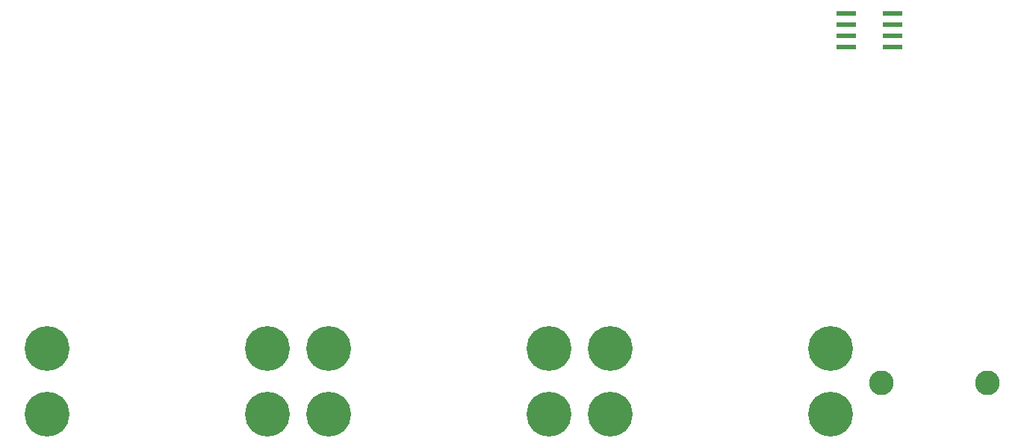
<source format=gtp>
G04 MADE WITH FRITZING*
G04 WWW.FRITZING.ORG*
G04 DOUBLE SIDED*
G04 HOLES PLATED*
G04 CONTOUR ON CENTER OF CONTOUR VECTOR*
%ASAXBY*%
%FSLAX23Y23*%
%MOIN*%
%OFA0B0*%
%SFA1.0B1.0*%
%ADD10C,0.200000*%
%ADD11C,0.110000*%
%ADD12R,0.087000X0.024000*%
%LNPASTEMASK1*%
G90*
G70*
G54D10*
X1156Y410D03*
X171Y410D03*
X1156Y410D03*
X171Y410D03*
X1156Y117D03*
X172Y117D03*
X1156Y117D03*
X172Y117D03*
X3669Y409D03*
X2685Y409D03*
X3669Y409D03*
X2685Y409D03*
X3669Y117D03*
X2685Y117D03*
X3669Y117D03*
X2685Y117D03*
X2412Y409D03*
X1428Y409D03*
X2412Y409D03*
X1428Y409D03*
X2412Y117D03*
X1428Y117D03*
X2412Y117D03*
X1428Y117D03*
G54D11*
X4369Y256D03*
X3895Y256D03*
X4369Y256D03*
X3895Y256D03*
G54D12*
X3740Y1856D03*
X3946Y1906D03*
X3946Y1806D03*
X3740Y1806D03*
X3946Y1856D03*
X3740Y1756D03*
X3946Y1756D03*
X3740Y1906D03*
G04 End of PasteMask1*
M02*
</source>
